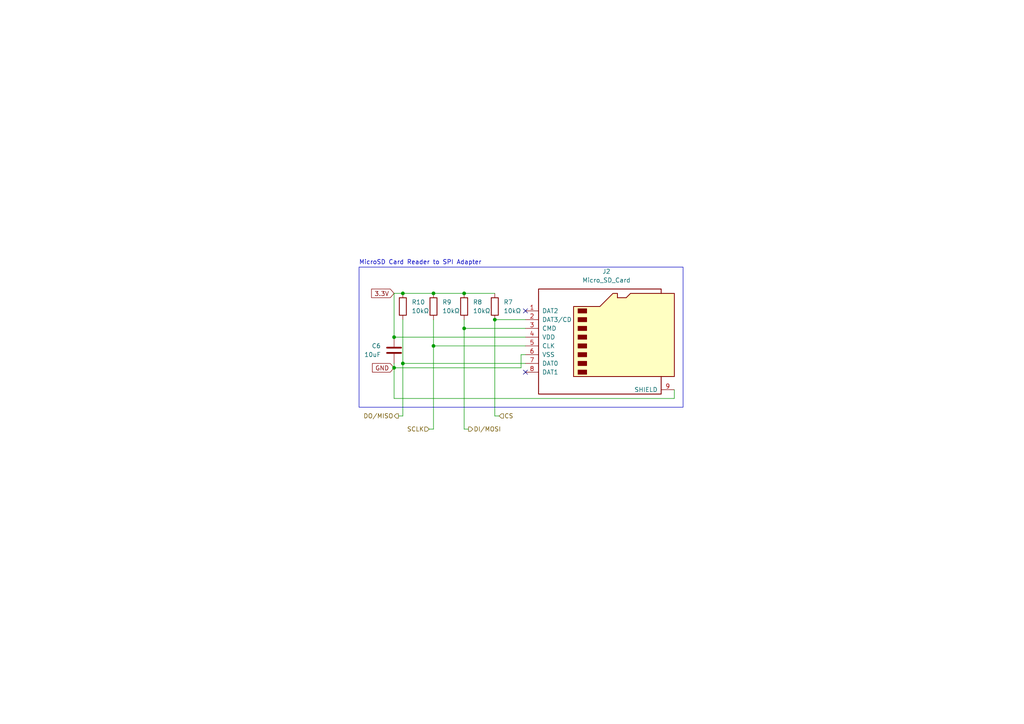
<source format=kicad_sch>
(kicad_sch (version 20250114) (generator "eeschema") (generator_version "9.0")
  (paper "A4")
  (lib_symbols
    (symbol "Connector:Micro_SD_Card" (pin_names (offset 1.016))
      (property "Reference" "J" (at -16.51 15.24 0))
      (property "Value" "Micro_SD_Card" (at 16.51 15.24 0))
      (symbol "Micro_SD_Card_0_1"
        (polyline (pts (xy -8.89 -11.43) (xy -8.89 8.89) (xy -1.27 8.89) (xy 2.54 12.7) (xy 3.81 12.7) (xy 3.81 11.43) (xy 6.35 11.43) (xy 7.62 12.7) (xy 20.32 12.7) (xy 20.32 -11.43) (xy -8.89 -11.43)) (stroke (width 0.254)) (fill (type background)))
        (rectangle (start -7.62 8.255) (end -5.08 6.985) (fill (type outline)))
        (rectangle (start -7.62 5.715) (end -5.08 4.445) (fill (type outline)))
        (rectangle (start -7.62 3.175) (end -5.08 1.905) (fill (type outline)))
        (rectangle (start -7.62 0.635) (end -5.08 -0.635) (fill (type outline)))
        (rectangle (start -7.62 -1.905) (end -5.08 -3.175) (fill (type outline)))
        (rectangle (start -7.62 -4.445) (end -5.08 -5.715) (fill (type outline)))
        (rectangle (start -7.62 -6.985) (end -5.08 -8.255) (fill (type outline)))
        (rectangle (start -7.62 -9.525) (end -5.08 -10.795) (fill (type outline)))
        (polyline (pts (xy 16.51 12.7) (xy 16.51 13.97) (xy -19.05 13.97) (xy -19.05 -16.51) (xy 16.51 -16.51) (xy 16.51 -11.43)) (stroke (width 0.254)))
      )
      (symbol "Micro_SD_Card_1_1"
        (pin bidirectional line (at -22.86 7.62 0) (length 3.81) (name "DAT2") (number "1"))
        (pin bidirectional line (at -22.86 5.08 0) (length 3.81) (name "DAT3/CD") (number "2"))
        (pin input line (at -22.86 2.54 0) (length 3.81) (name "CMD") (number "3"))
        (pin power_in line (at -22.86 0 0) (length 3.81) (name "VDD") (number "4"))
        (pin input line (at -22.86 -2.54 0) (length 3.81) (name "CLK") (number "5"))
        (pin power_in line (at -22.86 -5.08 0) (length 3.81) (name "VSS") (number "6"))
        (pin bidirectional line (at -22.86 -7.62 0) (length 3.81) (name "DAT0") (number "7"))
        (pin bidirectional line (at -22.86 -10.16 0) (length 3.81) (name "DAT1") (number "8"))
        (pin passive line (at 20.32 -15.24 180) (length 3.81) (name "SHIELD") (number "9"))
      )
    )
    (symbol "Device:C" (pin_numbers (hide yes)) (pin_names (offset 0.254))
      (property "Reference" "C" (at 0.635 2.54 0))
      (property "Value" "C" (at 0.635 -2.54 0))
      (symbol "C_0_1"
        (polyline (pts (xy -2.032 0.762) (xy 2.032 0.762)) (stroke (width 0.508)))
        (polyline (pts (xy -2.032 -0.762) (xy 2.032 -0.762)) (stroke (width 0.508)))
      )
      (symbol "C_1_1"
        (pin passive line (at 0 3.81 270) (length 2.794) (name "~") (number "1"))
        (pin passive line (at 0 -3.81 90) (length 2.794) (name "~") (number "2"))
      )
    )
    (symbol "Device:R" (pin_numbers (hide yes)) (pin_names (offset 0))
      (property "Reference" "R" (at 2.032 0 90))
      (property "Value" "R" (at 0 0 90))
      (symbol "R_0_1"
        (rectangle (start -1.016 -2.54) (end 1.016 2.54) (stroke (width 0.254)))
      )
      (symbol "R_1_1"
        (pin passive line (at 0 3.81 270) (length 1.27) (name "~") (number "1"))
        (pin passive line (at 0 -3.81 90) (length 1.27) (name "~") (number "2"))
      )
    )
  )
  (rectangle (start 104.14 77.47) (end 198.12 118.11))
  (text "MicroSD Card Reader to SPI Adapter" (at 121.92 76.2 0) (effects (font (size 1.27 1.27))))
  (junction (at 125.73 100.33))
  (junction (at 134.62 85.09))
  (junction (at 114.3 106.68))
  (junction (at 134.62 95.25))
  (junction (at 116.84 105.41))
  (junction (at 116.84 85.09))
  (junction (at 143.51 92.71))
  (junction (at 114.3 97.79))
  (junction (at 125.73 85.09))
  (no_connect (at 152.4 107.95))
  (no_connect (at 152.4 90.17))
  (wire (pts (xy 134.62 85.09) (xy 143.51 85.09)))
  (wire (pts (xy 135.89 124.46) (xy 134.62 124.46)))
  (wire (pts (xy 116.84 105.41) (xy 116.84 92.71)))
  (wire (pts (xy 152.4 100.33) (xy 125.73 100.33)))
  (wire (pts (xy 195.58 115.57) (xy 195.58 113.03)))
  (wire (pts (xy 114.3 85.09) (xy 116.84 85.09)))
  (wire (pts (xy 125.73 85.09) (xy 134.62 85.09)))
  (wire (pts (xy 115.57 120.65) (xy 116.84 120.65)))
  (wire (pts (xy 152.4 95.25) (xy 134.62 95.25)))
  (wire (pts (xy 134.62 95.25) (xy 134.62 124.46)))
  (wire (pts (xy 114.3 115.57) (xy 195.58 115.57)))
  (wire (pts (xy 114.3 97.79) (xy 114.3 85.09)))
  (wire (pts (xy 143.51 92.71) (xy 152.4 92.71)))
  (wire (pts (xy 143.51 92.71) (xy 143.51 120.65)))
  (wire (pts (xy 114.3 105.41) (xy 114.3 106.68)))
  (wire (pts (xy 152.4 97.79) (xy 114.3 97.79)))
  (wire (pts (xy 125.73 124.46) (xy 124.46 124.46)))
  (wire (pts (xy 116.84 105.41) (xy 116.84 120.65)))
  (wire (pts (xy 134.62 95.25) (xy 134.62 92.71)))
  (wire (pts (xy 116.84 85.09) (xy 125.73 85.09)))
  (wire (pts (xy 114.3 106.68) (xy 114.3 115.57)))
  (wire (pts (xy 152.4 105.41) (xy 116.84 105.41)))
  (wire (pts (xy 152.4 102.87) (xy 151.13 102.87)))
  (wire (pts (xy 125.73 100.33) (xy 125.73 124.46)))
  (wire (pts (xy 151.13 102.87) (xy 151.13 106.68)))
  (wire (pts (xy 151.13 106.68) (xy 114.3 106.68)))
  (wire (pts (xy 125.73 100.33) (xy 125.73 92.71)))
  (wire (pts (xy 144.78 120.65) (xy 143.51 120.65)))
  (global_label "3.3V" (shape input) (at 114.3 85.09 180) (property "Intersheetrefs" "${INTERSHEET_REFS}" (effects (hide yes))))
  (global_label "GND" (shape input) (at 114.3 106.68 180) (property "Intersheetrefs" "${INTERSHEET_REFS}" (effects (hide yes))))
  (hierarchical_label "DI{slash}MOSI" (shape output) (at 135.89 124.46 0))
  (hierarchical_label "SCLK" (shape input) (at 124.46 124.46 180))
  (hierarchical_label "DO{slash}MISO" (shape output) (at 115.57 120.65 180))
  (hierarchical_label "CS" (shape input) (at 144.78 120.65 0))
  (symbol (lib_id "Device:R") (at 125.73 88.9 0) (unit 1)
    (property "Reference" "R9" (at 128.27 87.6299 0) (effects (justify left)))
    (property "Value" "10kΩ" (at 128.27 90.1699 0) (effects (justify left)))
    (property "Description" "Resistor" (effects (hide yes)))
  )
  (symbol (lib_id "Device:C") (at 114.3 101.6 0) (unit 1)
    (property "Reference" "C6" (at 110.49 100.3299 0) (effects (justify right)))
    (property "Value" "10uF" (at 110.49 102.8699 0) (effects (justify right)))
    (property "Description" "Unpolarized capacitor" (effects (hide yes)))
  )
  (symbol (lib_id "Device:R") (at 134.62 88.9 0) (unit 1)
    (property "Reference" "R8" (at 137.16 87.6299 0) (effects (justify left)))
    (property "Value" "10kΩ" (at 137.16 90.1699 0) (effects (justify left)))
    (property "Description" "Resistor" (effects (hide yes)))
  )
  (symbol (lib_id "Connector:Micro_SD_Card") (at 175.26 97.79 0) (unit 1)
    (property "Reference" "J2" (at 175.895 78.74 0))
    (property "Value" "Micro_SD_Card" (at 175.895 81.28 0))
    (property "Datasheet" "http://katalog.we-online.de/em/datasheet/693072010801.pdf" (effects (hide yes)))
    (property "Description" "Micro SD Card Socket" (effects (hide yes)))
  )
  (symbol (lib_id "Device:R") (at 143.51 88.9 0) (unit 1)
    (property "Reference" "R7" (at 146.05 87.6299 0) (effects (justify left)))
    (property "Value" "10kΩ" (at 146.05 90.1699 0) (effects (justify left)))
    (property "Description" "Resistor" (effects (hide yes)))
  )
  (symbol (lib_id "Device:R") (at 116.84 88.9 0) (unit 1)
    (property "Reference" "R10" (at 119.38 87.6299 0) (effects (justify left)))
    (property "Value" "10kΩ" (at 119.38 90.1699 0) (effects (justify left)))
    (property "Description" "Resistor" (effects (hide yes)))
  )
)
</source>
